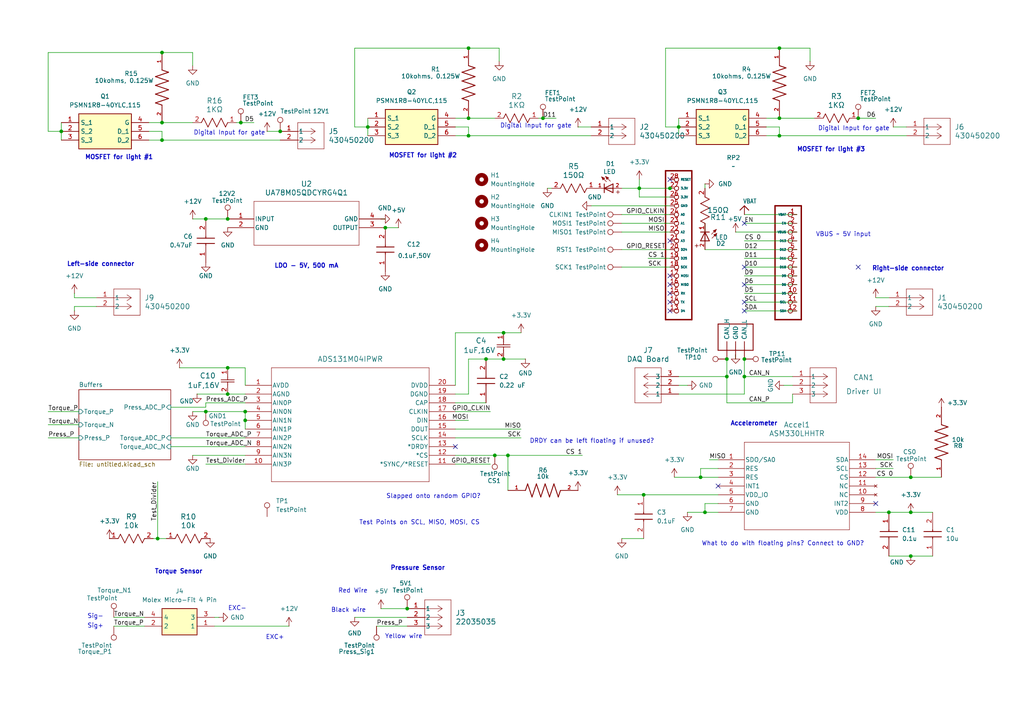
<source format=kicad_sch>
(kicad_sch (version 20231120) (generator "eeschema") (generator_version "8.0")
  (paper "A4")
  (junction (at 140.97 104.14))
  (junction (at 210.82 104.14))
  (junction (at 135.89 34.29))
  (junction (at 248.92 34.29))
  (junction (at 210.82 109.22))
  (junction (at 17.78 38.1))
  (junction (at 46.99 40.64))
  (junction (at 194.31 54.61))
  (junction (at 71.12 119.38))
  (junction (at 203.2 138.43))
  (junction (at 226.06 34.29))
  (junction (at 111.76 66.04))
  (junction (at 226.06 39.37))
  (junction (at 264.16 138.43))
  (junction (at 146.05 96.52))
  (junction (at 185.42 54.61))
  (junction (at 226.06 13.97))
  (junction (at 46.99 15.24))
  (junction (at 264.16 161.29))
  (junction (at 81.28 38.1))
  (junction (at 143.51 132.08))
  (junction (at 215.9 104.14))
  (junction (at 69.85 35.56))
  (junction (at 118.11 176.53))
  (junction (at 146.05 104.14))
  (junction (at 59.69 63.5))
  (junction (at 46.99 35.56))
  (junction (at 264.16 148.59))
  (junction (at 257.81 148.59))
  (junction (at 215.9 109.22))
  (junction (at 135.89 13.97))
  (junction (at 66.04 106.68))
  (junction (at 135.89 39.37))
  (junction (at 66.04 114.3))
  (junction (at 196.85 36.83))
  (junction (at 71.12 121.92))
  (junction (at 106.68 36.83))
  (junction (at 45.72 156.21))
  (junction (at 186.69 143.51))
  (junction (at 59.69 119.38))
  (junction (at 147.32 132.08))
  (junction (at 157.48 34.29))
  (junction (at 66.04 63.5))
  (junction (at 204.47 148.59))
  (no_connect (at 215.9 87.63))
  (no_connect (at 215.9 77.47))
  (no_connect (at 194.31 69.85))
  (no_connect (at 215.9 64.77))
  (no_connect (at 194.31 52.07))
  (no_connect (at 254 146.05))
  (no_connect (at 194.31 90.17))
  (no_connect (at 194.31 80.01))
  (no_connect (at 215.9 82.55))
  (no_connect (at 208.28 140.97))
  (no_connect (at 194.31 82.55))
  (no_connect (at 215.9 90.17))
  (no_connect (at 194.31 87.63))
  (no_connect (at 194.31 85.09))
  (no_connect (at 248.92 77.47))
  (no_connect (at 132.08 129.54))
  (wire (pts (xy 204.47 72.39) (xy 231.14 72.39)))
  (wire (pts (xy 44.45 156.21) (xy 45.72 156.21)))
  (wire (pts (xy 69.85 35.56) (xy 73.66 35.56)))
  (wire (pts (xy 196.85 36.83) (xy 193.04 36.83)))
  (wire (pts (xy 199.39 148.59) (xy 204.47 148.59)))
  (wire (pts (xy 45.72 156.21) (xy 48.26 156.21)))
  (wire (pts (xy 132.08 39.37) (xy 135.89 39.37)))
  (wire (pts (xy 110.49 63.5) (xy 111.76 63.5)))
  (wire (pts (xy 196.85 114.3) (xy 215.9 114.3)))
  (wire (pts (xy 21.59 88.9) (xy 27.94 88.9)))
  (wire (pts (xy 208.28 146.05) (xy 204.47 146.05)))
  (wire (pts (xy 66.04 106.68) (xy 71.12 106.68)))
  (wire (pts (xy 140.97 104.14) (xy 146.05 104.14)))
  (wire (pts (xy 81.28 38.1) (xy 77.47 38.1)))
  (wire (pts (xy 43.18 38.1) (xy 46.99 38.1)))
  (wire (pts (xy 33.02 181.61) (xy 41.91 181.61)))
  (wire (pts (xy 213.36 102.87) (xy 213.36 104.14)))
  (wire (pts (xy 208.28 135.89) (xy 203.2 135.89)))
  (wire (pts (xy 204.47 148.59) (xy 208.28 148.59)))
  (wire (pts (xy 17.78 35.56) (xy 17.78 38.1)))
  (wire (pts (xy 59.69 118.11) (xy 59.69 116.84)))
  (wire (pts (xy 135.89 39.37) (xy 135.89 36.83)))
  (wire (pts (xy 147.32 132.08) (xy 168.91 132.08)))
  (wire (pts (xy 180.34 72.39) (xy 194.31 72.39)))
  (wire (pts (xy 226.06 13.97) (xy 234.95 13.97)))
  (wire (pts (xy 13.97 38.1) (xy 13.97 15.24)))
  (wire (pts (xy 143.51 34.29) (xy 135.89 34.29)))
  (wire (pts (xy 59.69 116.84) (xy 71.12 116.84)))
  (wire (pts (xy 195.58 138.43) (xy 203.2 138.43)))
  (wire (pts (xy 226.06 39.37) (xy 226.06 36.83)))
  (wire (pts (xy 215.9 82.55) (xy 231.14 82.55)))
  (wire (pts (xy 17.78 40.64) (xy 17.78 38.1)))
  (wire (pts (xy 229.87 114.3) (xy 229.87 116.84)))
  (wire (pts (xy 55.88 119.38) (xy 59.69 119.38)))
  (wire (pts (xy 132.08 132.08) (xy 143.51 132.08)))
  (wire (pts (xy 132.08 36.83) (xy 135.89 36.83)))
  (wire (pts (xy 62.23 179.07) (xy 63.5 179.07)))
  (wire (pts (xy 215.9 77.47) (xy 231.14 77.47)))
  (wire (pts (xy 146.05 96.52) (xy 151.13 96.52)))
  (wire (pts (xy 66.04 114.3) (xy 71.12 114.3)))
  (wire (pts (xy 210.82 116.84) (xy 210.82 109.22)))
  (wire (pts (xy 52.07 106.68) (xy 66.04 106.68)))
  (wire (pts (xy 171.45 59.69) (xy 194.31 59.69)))
  (wire (pts (xy 102.87 36.83) (xy 102.87 13.97)))
  (wire (pts (xy 254 133.35) (xy 259.08 133.35)))
  (wire (pts (xy 226.06 34.29) (xy 236.22 34.29)))
  (wire (pts (xy 102.87 13.97) (xy 135.89 13.97)))
  (wire (pts (xy 196.85 34.29) (xy 196.85 36.83)))
  (wire (pts (xy 143.51 132.08) (xy 147.32 132.08)))
  (wire (pts (xy 68.58 35.56) (xy 69.85 35.56)))
  (wire (pts (xy 71.12 106.68) (xy 71.12 111.76)))
  (wire (pts (xy 71.12 121.92) (xy 71.12 124.46)))
  (wire (pts (xy 222.25 34.29) (xy 226.06 34.29)))
  (wire (pts (xy 135.89 39.37) (xy 171.45 39.37)))
  (wire (pts (xy 180.34 156.21) (xy 186.69 156.21)))
  (wire (pts (xy 46.99 35.56) (xy 55.88 35.56)))
  (wire (pts (xy 13.97 127) (xy 22.86 127)))
  (wire (pts (xy 215.9 62.23) (xy 231.14 62.23)))
  (wire (pts (xy 262.89 36.83) (xy 259.08 36.83)))
  (wire (pts (xy 180.34 77.47) (xy 194.31 77.47)))
  (wire (pts (xy 179.07 143.51) (xy 186.69 143.51)))
  (wire (pts (xy 203.2 138.43) (xy 208.28 138.43)))
  (wire (pts (xy 254 86.36) (xy 257.81 86.36)))
  (wire (pts (xy 59.69 134.62) (xy 71.12 134.62)))
  (wire (pts (xy 215.9 109.22) (xy 229.87 109.22)))
  (wire (pts (xy 196.85 109.22) (xy 210.82 109.22)))
  (wire (pts (xy 135.89 114.3) (xy 132.08 114.3)))
  (wire (pts (xy 132.08 96.52) (xy 132.08 111.76)))
  (wire (pts (xy 43.18 35.56) (xy 46.99 35.56)))
  (wire (pts (xy 180.34 67.31) (xy 194.31 67.31)))
  (wire (pts (xy 222.25 36.83) (xy 226.06 36.83)))
  (wire (pts (xy 147.32 132.08) (xy 147.32 142.24)))
  (wire (pts (xy 210.82 104.14) (xy 210.82 109.22)))
  (wire (pts (xy 185.42 54.61) (xy 194.31 54.61)))
  (wire (pts (xy 106.68 39.37) (xy 106.68 36.83)))
  (wire (pts (xy 185.42 57.15) (xy 194.31 57.15)))
  (wire (pts (xy 234.95 13.97) (xy 234.95 17.78)))
  (wire (pts (xy 215.9 64.77) (xy 231.14 64.77)))
  (wire (pts (xy 135.89 104.14) (xy 140.97 104.14)))
  (wire (pts (xy 185.42 52.07) (xy 185.42 54.61)))
  (wire (pts (xy 62.23 181.61) (xy 83.82 181.61)))
  (wire (pts (xy 146.05 104.14) (xy 152.4 104.14)))
  (wire (pts (xy 215.9 69.85) (xy 231.14 69.85)))
  (wire (pts (xy 135.89 13.97) (xy 144.78 13.97)))
  (wire (pts (xy 204.47 64.77) (xy 204.47 67.31)))
  (wire (pts (xy 257.81 148.59) (xy 254 148.59)))
  (wire (pts (xy 21.59 86.36) (xy 21.59 85.09)))
  (wire (pts (xy 115.57 66.04) (xy 111.76 66.04)))
  (wire (pts (xy 21.59 86.36) (xy 27.94 86.36)))
  (wire (pts (xy 254 138.43) (xy 264.16 138.43)))
  (wire (pts (xy 43.18 40.64) (xy 46.99 40.64)))
  (wire (pts (xy 254 88.9) (xy 257.81 88.9)))
  (wire (pts (xy 203.2 135.89) (xy 203.2 138.43)))
  (wire (pts (xy 142.24 134.62) (xy 132.08 134.62)))
  (wire (pts (xy 106.68 34.29) (xy 106.68 36.83)))
  (wire (pts (xy 204.47 54.61) (xy 204.47 53.34)))
  (wire (pts (xy 13.97 119.38) (xy 22.86 119.38)))
  (wire (pts (xy 196.85 111.76) (xy 199.39 111.76)))
  (wire (pts (xy 45.72 139.7) (xy 45.72 156.21)))
  (wire (pts (xy 66.04 63.5) (xy 59.69 63.5)))
  (wire (pts (xy 229.87 111.76) (xy 227.33 111.76)))
  (wire (pts (xy 49.53 127) (xy 71.12 127)))
  (wire (pts (xy 204.47 146.05) (xy 204.47 148.59)))
  (wire (pts (xy 193.04 36.83) (xy 193.04 13.97)))
  (wire (pts (xy 264.16 161.29) (xy 270.51 161.29)))
  (wire (pts (xy 33.02 179.07) (xy 41.91 179.07)))
  (wire (pts (xy 215.9 90.17) (xy 231.14 90.17)))
  (wire (pts (xy 106.68 36.83) (xy 102.87 36.83)))
  (wire (pts (xy 132.08 119.38) (xy 142.24 119.38)))
  (wire (pts (xy 222.25 39.37) (xy 226.06 39.37)))
  (wire (pts (xy 59.69 63.5) (xy 55.88 63.5)))
  (wire (pts (xy 49.53 118.11) (xy 59.69 118.11)))
  (wire (pts (xy 46.99 40.64) (xy 81.28 40.64)))
  (wire (pts (xy 226.06 39.37) (xy 262.89 39.37)))
  (wire (pts (xy 102.87 179.07) (xy 118.11 179.07)))
  (wire (pts (xy 13.97 15.24) (xy 46.99 15.24)))
  (wire (pts (xy 49.53 129.54) (xy 71.12 129.54)))
  (wire (pts (xy 264.16 148.59) (xy 270.51 148.59)))
  (wire (pts (xy 167.64 36.83) (xy 171.45 36.83)))
  (wire (pts (xy 132.08 124.46) (xy 151.13 124.46)))
  (wire (pts (xy 55.88 15.24) (xy 55.88 19.05)))
  (wire (pts (xy 215.9 80.01) (xy 231.14 80.01)))
  (wire (pts (xy 264.16 138.43) (xy 273.05 138.43)))
  (wire (pts (xy 257.81 161.29) (xy 264.16 161.29)))
  (wire (pts (xy 135.89 104.14) (xy 135.89 114.3)))
  (wire (pts (xy 196.85 39.37) (xy 196.85 36.83)))
  (wire (pts (xy 144.78 13.97) (xy 144.78 17.78)))
  (wire (pts (xy 46.99 15.24) (xy 55.88 15.24)))
  (wire (pts (xy 180.34 62.23) (xy 194.31 62.23)))
  (wire (pts (xy 193.04 13.97) (xy 226.06 13.97)))
  (wire (pts (xy 17.78 38.1) (xy 13.97 38.1)))
  (wire (pts (xy 180.34 64.77) (xy 194.31 64.77)))
  (wire (pts (xy 59.69 119.38) (xy 71.12 119.38)))
  (wire (pts (xy 135.89 121.92) (xy 132.08 121.92)))
  (wire (pts (xy 109.22 181.61) (xy 118.11 181.61)))
  (wire (pts (xy 259.08 135.89) (xy 254 135.89)))
  (wire (pts (xy 132.08 116.84) (xy 140.97 116.84)))
  (wire (pts (xy 132.08 34.29) (xy 135.89 34.29)))
  (wire (pts (xy 157.48 34.29) (xy 161.29 34.29)))
  (wire (pts (xy 132.08 96.52) (xy 146.05 96.52)))
  (wire (pts (xy 229.87 116.84) (xy 210.82 116.84)))
  (wire (pts (xy 215.9 109.22) (xy 215.9 114.3)))
  (wire (pts (xy 257.81 148.59) (xy 264.16 148.59)))
  (wire (pts (xy 215.9 87.63) (xy 231.14 87.63)))
  (wire (pts (xy 215.9 104.14) (xy 215.9 109.22)))
  (wire (pts (xy 55.88 132.08) (xy 71.12 132.08)))
  (wire (pts (xy 132.08 127) (xy 151.13 127)))
  (wire (pts (xy 110.49 176.53) (xy 118.11 176.53)))
  (wire (pts (xy 57.15 114.3) (xy 66.04 114.3)))
  (wire (pts (xy 187.96 74.93) (xy 194.31 74.93)))
  (wire (pts (xy 215.9 85.09) (xy 231.14 85.09)))
  (wire (pts (xy 160.02 54.61) (xy 158.75 54.61)))
  (wire (pts (xy 205.74 133.35) (xy 208.28 133.35)))
  (wire (pts (xy 71.12 119.38) (xy 71.12 121.92)))
  (wire (pts (xy 248.92 34.29) (xy 254 34.29)))
  (wire (pts (xy 180.34 54.61) (xy 185.42 54.61)))
  (wire (pts (xy 13.97 123.19) (xy 22.86 123.19)))
  (wire (pts (xy 213.36 67.31) (xy 231.14 67.31)))
  (wire (pts (xy 185.42 54.61) (xy 185.42 57.15)))
  (wire (pts (xy 215.9 74.93) (xy 231.14 74.93)))
  (wire (pts (xy 156.21 34.29) (xy 157.48 34.29)))
  (wire (pts (xy 186.69 143.51) (xy 208.28 143.51)))
  (wire (pts (xy 46.99 40.64) (xy 46.99 38.1)))
  (wire (pts (xy 194.31 54.61) (xy 195.58 54.61)))
  (wire (pts (xy 21.59 88.9) (xy 21.59 90.17)))
  (text "MOSFET for light #2" (at 122.682 45.212 0) (effects (font (size 1.27 1.27) (thickness 0.254) (bold yes))))
  (text "Torque Sensor" (at 51.816 165.862 0) (effects (font (size 1.27 1.27) (thickness 0.254) (bold yes))))
  (text "Black wire" (at 101.092 177.038 0) (effects (font (size 1.27 1.27))))
  (text "Sig+" (at 27.686 181.61 0) (effects (font (size 1.27 1.27))))
  (text "Red Wire" (at 102.362 171.45 0) (effects (font (size 1.27 1.27))))
  (text "Digital Input for gate" (at 155.448 36.576 0) (effects (font (size 1.27 1.27))))
  (text "Digital Input for gate" (at 66.548 38.608 0) (effects (font (size 1.27 1.27))))
  (text "Pressure Sensor" (at 121.158 164.846 0) (effects (font (size 1.27 1.27) (thickness 0.254) (bold yes))))
  (text "VBUS ~ 5V input" (at 244.602 68.072 0) (effects (font (size 1.27 1.27))))
  (text "EXC-" (at 68.834 176.53 0) (effects (font (size 1.27 1.27))))
  (text "Sig-" (at 27.686 178.816 0) (effects (font (size 1.27 1.27))))
  (text "What to do with floating pins? Connect to GND?" (at 227.076 157.734 0) (effects (font (size 1.27 1.27))))
  (text "Left-side connector" (at 29.21 76.708 0) (effects (font (size 1.27 1.27) (thickness 0.254) (bold yes))))
  (text "Right-side connector" (at 263.398 77.978 0) (effects (font (size 1.27 1.27) (thickness 0.254) (bold yes))))
  (text "Accelerometer" (at 218.694 122.936 0) (effects (font (size 1.27 1.27) (thickness 0.254) (bold yes))))
  (text "MOSFET for light #3" (at 241.046 43.434 0) (effects (font (size 1.27 1.27) (thickness 0.254) (bold yes))))
  (text "Digital Input for gate" (at 247.65 37.338 0) (effects (font (size 1.27 1.27))))
  (text "DRDY can be left floating if unused?" (at 171.704 128.016 0) (effects (font (size 1.27 1.27))))
  (text "EXC+" (at 79.756 184.912 0) (effects (font (size 1.27 1.27))))
  (text "LDO - 5V, 500 mA" (at 88.9 77.216 0) (effects (font (size 1.27 1.27) (thickness 0.254) (bold yes))))
  (text "Slapped onto random GPIO?" (at 125.73 144.018 0) (effects (font (size 1.27 1.27))))
  (text "MOSFET for light #1" (at 34.544 45.72 0) (effects (font (size 1.27 1.27) (thickness 0.254) (bold yes))))
  (text "Yellow wire" (at 117.094 184.658 0) (effects (font (size 1.27 1.27))))
  (text "Test Points on SCL, MISO, MOSI, CS\n" (at 121.666 151.638 0) (effects (font (size 1.27 1.27))))
  (label "MOSI" (at 187.96 64.77 0))
  (label "SDA" (at 215.9 90.17 0) (effects (font (size 1.2446 1.2446))))
  (label "Torque_ADC_N" (at 59.69 129.54 0))
  (label "MISO" (at 187.96 67.31 0))
  (label "D6" (at 215.9 82.55 0) (effects (font (size 1.2446 1.2446))))
  (label "CAN_P" (at 217.17 116.84 0))
  (label "EN" (at 215.9 64.77 0) (effects (font (size 1.2446 1.2446))))
  (label "Torque_N" (at 33.02 179.07 0))
  (label "CS 1" (at 187.96 74.93 0))
  (label "D6" (at 254 34.29 180))
  (label "SCK" (at 259.08 135.89 180))
  (label "CS 1" (at 168.91 132.08 180))
  (label "D10" (at 215.9 77.47 0) (effects (font (size 1.2446 1.2446))))
  (label "GPIO_CLKIN" (at 142.24 119.38 180))
  (label "D5" (at 215.9 85.09 0))
  (label "SCK" (at 187.96 77.47 0) (effects (font (size 1.2446 1.2446))))
  (label "Torque_N" (at 13.97 123.19 0))
  (label "CS 0" (at 259.08 138.43 180))
  (label "Test_Divider" (at 45.72 139.7 270))
  (label "Press_P" (at 109.22 181.61 0))
  (label "MISO" (at 151.13 124.46 180))
  (label "Press_P" (at 13.97 127 0))
  (label "GPIO_RESET" (at 181.61 72.39 0))
  (label "Torque_P" (at 13.97 119.38 0))
  (label "D9" (at 215.9 80.01 0) (effects (font (size 1.2446 1.2446))))
  (label "D11" (at 161.29 34.29 180) (effects (font (size 1.2446 1.2446))))
  (label "MOSI" (at 135.89 121.92 180))
  (label "Press_ADC_P" (at 59.69 116.84 0))
  (label "Test_Divider" (at 59.69 134.62 0))
  (label "GPIO_CLKIN" (at 181.61 62.23 0))
  (label "D11" (at 215.9 74.93 0) (effects (font (size 1.2446 1.2446))))
  (label "SCL" (at 215.9 87.63 0) (effects (font (size 1.2446 1.2446))))
  (label "Torque_ADC_P" (at 59.69 127 0))
  (label "CAN_N" (at 217.17 109.22 0))
  (label "CS 0" (at 215.9 69.85 0))
  (label "D12" (at 215.9 72.39 0) (effects (font (size 1.2446 1.2446))))
  (label "Torque_P" (at 33.02 181.61 0))
  (label "GPIO_RESET" (at 142.24 134.62 180))
  (label "SCK" (at 151.13 127 180))
  (label "MISO" (at 205.74 133.35 0))
  (label "D5" (at 73.66 35.56 180))
  (label "MOSI" (at 259.08 133.35 180))
  (symbol (lib_id "Connector:TestPoint") (at 180.34 72.39 90) (unit 1)
    (property "Reference" "RST1" (at 166.116 72.39 90) (effects (justify left)))
    (property "Value" "TestPoint" (at 175.768 72.39 90) (effects (justify left)))
    (property "Footprint" "TestPoint:TestPoint_Pad_D1.0mm" (effects (hide yes)))
    (property "Description" "test point" (effects (hide yes)))
  )
  (symbol (lib_id "SMV_Custom:3-pin Mini Molex Spox") (at 196.85 114.3 180) (unit 1)
    (property "Reference" "J7" (at 187.96 101.6 0) (effects (font (size 1.524 1.524))))
    (property "Value" "DAQ Board" (at 187.96 104.14 0) (effects (font (size 1.524 1.524))))
    (property "Footprint" "SMV_Connectors:3pin_CON_22035035_MOL" (effects (hide yes)))
    (property "Datasheet" "3-pin Mini Molex Spox" (effects (hide yes)))
  )
  (symbol (lib_id "power:VDD") (at 83.82 181.61 0) (unit 1)
    (property "Reference" "#PWR042" (effects (hide yes)))
    (property "Value" "+12V" (at 83.82 176.53 0))
    (property "Description" "Power symbol creates a global label with name \"VDD\"" (effects (hide yes)))
  )
  (symbol (lib_id "power:GND") (at 199.39 111.76 90) (unit 1)
    (property "Reference" "#PWR047" (effects (hide yes)))
    (property "Value" "GND" (at 202.692 111.76 90) (effects (justify right)))
    (property "Description" "Power symbol creates a global label with name \"GND\" , ground" (effects (hide yes)))
  )
  (symbol (lib_id "power:VDD") (at 273.05 118.11 0) (unit 1)
    (property "Reference" "#PWR050" (effects (hide yes)))
    (property "Value" "+3.3V" (at 277.622 116.84 0))
    (property "Description" "Power symbol creates a global label with name \"VDD\"" (effects (hide yes)))
  )
  (symbol (lib_id "Connector:TestPoint") (at 33.02 181.61 180) (unit 1)
    (property "Reference" "Torque_P1" (at 32.512 188.976 0) (effects (justify left)))
    (property "Value" "TestPoint" (at 32.512 187.198 0) (effects (justify left)))
    (property "Footprint" "TestPoint:TestPoint_Pad_D1.0mm" (effects (hide yes)))
    (property "Description" "test point" (effects (hide yes)))
  )
  (symbol (lib_id "power:VDD") (at 110.49 176.53 0) (unit 1)
    (property "Reference" "#PWR043" (effects (hide yes)))
    (property "Value" "+5V" (at 110.49 171.45 0))
    (property "Description" "Power symbol creates a global label with name \"VDD\"" (effects (hide yes)))
  )
  (symbol (lib_id "power:GND") (at 204.47 53.34 90) (unit 1)
    (property "Reference" "#PWR012" (effects (hide yes)))
    (property "Value" "GND" (at 208.28 53.3399 90) (effects (justify right)))
    (property "Description" "Power symbol creates a global label with name \"GND\" , ground" (effects (hide yes)))
  )
  (symbol (lib_id "power:VDD") (at 259.08 36.83 0) (unit 1)
    (property "Reference" "#PWR023" (effects (hide yes)))
    (property "Value" "+12V" (at 259.08 31.75 0))
    (property "Description" "Power symbol creates a global label with name \"VDD\"" (effects (hide yes)))
  )
  (symbol (lib_id "power:GND") (at 110.49 63.5 90) (unit 1)
    (property "Reference" "#PWR027" (effects (hide yes)))
    (property "Value" "GND" (at 113.665 60.325 90) (effects (justify left)))
    (property "Description" "Power symbol creates a global label with name \"GND\" , ground" (effects (hide yes)))
  )
  (symbol (lib_id "Connector:TestPoint") (at 69.85 35.56 0) (unit 1)
    (property "Reference" "FET3" (at 70.358 28.194 0) (effects (justify left)))
    (property "Value" "TestPoint" (at 70.358 29.972 0) (effects (justify left)))
    (property "Footprint" "TestPoint:TestPoint_Pad_D1.0mm" (effects (hide yes)))
    (property "Description" "test point" (effects (hide yes)))
  )
  (symbol (lib_id "power:GND") (at 66.04 66.04 0) (unit 1)
    (property "Reference" "#PWR026" (effects (hide yes)))
    (property "Value" "GND" (at 66.04 71.12 0))
    (property "Description" "Power symbol creates a global label with name \"GND\" , ground" (effects (hide yes)))
  )
  (symbol (lib_id "SMV_Custom:WL-SMCW_0603") (at 204.47 67.31 270) (unit 1)
    (property "Reference" "D2" (at 209.042 70.612 90))
    (property "Value" "LED" (at 209.296 68.834 90))
    (property "Footprint" "SMV_Passives:WL-SMCW_0603(diode)" (effects (hide yes)))
    (property "Description" "C2286" (effects (hide yes)))
  )
  (symbol (lib_id "SMV_Custom:3-pin Mini Molex Spox") (at 229.87 109.22 0) (unit 1)
    (property "Reference" "CAN1" (at 247.396 109.474 0) (effects (font (size 1.524 1.524)) (justify left)))
    (property "Value" "Driver UI" (at 245.364 113.538 0) (effects (font (size 1.524 1.524)) (justify left)))
    (property "Footprint" "SMV_Connectors:3pin_CON_22035035_MOL" (effects (hide yes)))
    (property "Datasheet" "3-pin Mini Molex Spox" (effects (hide yes)))
  )
  (symbol (lib_id "SMV_Custom:CRCW080510K0FKEAC") (at 135.89 24.13 270) (unit 1)
    (property "Reference" "R1" (at 124.968 20.066 90) (effects (justify left)))
    (property "Value" "10kohms, 0.125W" (at 116.332 22.098 90) (effects (justify left)))
    (property "Footprint" "SMV_Passives:0805RESC2012X60N" (effects (hide yes)))
    (property "Datasheet" "CRCW080510K0FKEAHP" (effects (hide yes)))
    (property "Description" "C313823" (effects (hide yes)))
    (property "MF" "Vishay Dale" (effects (hide yes)))
    (property "Description_1" "\n                        \n                            10 kOhms ±1% 0.125W, 1/8W Chip Resistor 0805 (2012 Metric) - Thick Film\n                        \n" (effects (hide yes)))
    (property "Package" "2012 Vishay" (effects (hide yes)))
    (property "Price" "None" (effects (hide yes)))
    (property "SnapEDA_Link" "https://www.snapeda.com/parts/CRCW080510K0FKEAC/Vishay+Dale/view-part/?ref=snap" (effects (hide yes)))
    (property "MP" "CRCW080510K0FKEAC" (effects (hide yes)))
    (property "Availability" "In Stock" (effects (hide yes)))
    (property "Check_prices" "https://www.snapeda.com/parts/CRCW080510K0FKEAC/Vishay+Dale/view-part/?ref=eda" (effects (hide yes)))
  )
  (symbol (lib_id "SMV_Custom:CRCW06031K00FKEA") (at 236.22 34.29 0) (unit 1)
    (property "Reference" "R3" (at 242.57 27.94 0) (effects (font (size 1.524 1.524))))
    (property "Value" "1KΩ" (at 242.57 30.48 0) (effects (font (size 1.524 1.524))))
    (property "Footprint" "SMV_Passives:0805RESC2012X60N" (effects (hide yes)))
    (property "Datasheet" "CRCW08051K00JNEA" (effects (hide yes)))
    (property "Description" "C844604" (effects (hide yes)))
  )
  (symbol (lib_id "Accelerometer ASM330LHHTR:ASM330LHHTR") (at 208.28 133.35 0) (unit 1)
    (property "Reference" "Accel1" (at 231.14 123.19 0) (effects (font (size 1.524 1.524))))
    (property "Value" "ASM330LHHTR" (at 231.14 125.73 0) (effects (font (size 1.524 1.524))))
    (property "Footprint" "Accelerometer ASM330LHHTR:LGA-14L_2P5X3X0P83_STM" (effects (hide yes)))
    (property "Datasheet" "ASM330LHHTR" (effects (hide yes)))
    (property "Description" "C459826" (effects (hide yes)))
  )
  (symbol (lib_id "Connector:TestPoint") (at 66.04 63.5 0) (mirror y) (unit 1)
    (property "Reference" "12V2" (at 68.326 56.134 0) (effects (justify left)))
    (property "Value" "TestPoint" (at 70.358 58.166 0) (effects (justify left)))
    (property "Footprint" "TestPoint:TestPoint_Pad_D1.0mm" (effects (hide yes)))
    (property "Description" "test point" (effects (hide yes)))
  )
  (symbol (lib_id "SMV_Custom:CRCW080510K0FKEAC") (at 46.99 25.4 270) (unit 1)
    (property "Reference" "R15" (at 36.068 21.336 90) (effects (justify left)))
    (property "Value" "10kohms, 0.125W" (at 27.432 23.368 90) (effects (justify left)))
    (property "Footprint" "SMV_Passives:0805RESC2012X60N" (effects (hide yes)))
    (property "Datasheet" "CRCW080510K0FKEAHP" (effects (hide yes)))
    (property "Description" "C313823" (effects (hide yes)))
    (property "MF" "Vishay Dale" (effects (hide yes)))
    (property "Description_1" "\n                        \n                            10 kOhms ±1% 0.125W, 1/8W Chip Resistor 0805 (2012 Metric) - Thick Film\n                        \n" (effects (hide yes)))
    (property "Package" "2012 Vishay" (effects (hide yes)))
    (property "Price" "None" (effects (hide yes)))
    (property "SnapEDA_Link" "https://www.snapeda.com/parts/CRCW080510K0FKEAC/Vishay+Dale/view-part/?ref=snap" (effects (hide yes)))
    (property "MP" "CRCW080510K0FKEAC" (effects (hide yes)))
    (property "Availability" "In Stock" (effects (hide yes)))
    (property "Check_prices" "https://www.snapeda.com/parts/CRCW080510K0FKEAC/Vishay+Dale/view-part/?ref=eda" (effects (hide yes)))
  )
  (symbol (lib_id "Mechanical:MountingHole") (at 139.7 71.12 0) (unit 1) (exclude_from_sim yes) (in_bom no)
    (property "Reference" "H4" (at 142.24 69.8499 0) (effects (justify left)))
    (property "Value" "MountingHole" (at 142.24 72.3899 0) (effects (justify left)))
    (property "Footprint" "MountingHole:MountingHole_3.2mm_M3" (effects (hide yes)))
    (property "Description" "Mounting Hole without connection" (effects (hide yes)))
  )
  (symbol (lib_id "power:GND") (at 234.95 17.78 0) (unit 1)
    (property "Reference" "#PWR022" (effects (hide yes)))
    (property "Value" "GND" (at 234.95 22.86 0))
    (property "Description" "Power symbol creates a global label with name \"GND\" , ground" (effects (hide yes)))
  )
  (symbol (lib_id "Connector:TestPoint") (at 180.34 77.47 90) (unit 1)
    (property "Reference" "SCK1" (at 166.116 77.47 90) (effects (justify left)))
    (property "Value" "TestPoint" (at 175.768 77.47 90) (effects (justify left)))
    (property "Footprint" "TestPoint:TestPoint_Pad_D1.0mm" (effects (hide yes)))
    (property "Description" "test point" (effects (hide yes)))
  )
  (symbol (lib_id "Connector:TestPoint") (at 157.48 34.29 0) (unit 1)
    (property "Reference" "FET1" (at 157.988 26.924 0) (effects (justify left)))
    (property "Value" "TestPoint" (at 157.988 28.702 0) (effects (justify left)))
    (property "Footprint" "TestPoint:TestPoint_Pad_D1.0mm" (effects (hide yes)))
    (property "Description" "test point" (effects (hide yes)))
  )
  (symbol (lib_id "power:GND") (at 144.78 17.78 0) (unit 1)
    (property "Reference" "#PWR014" (effects (hide yes)))
    (property "Value" "GND" (at 144.78 22.86 0))
    (property "Description" "Power symbol creates a global label with name \"GND\" , ground" (effects (hide yes)))
  )
  (symbol (lib_id "power:VDD") (at 185.42 52.07 0) (unit 1)
    (property "Reference" "#PWR011" (effects (hide yes)))
    (property "Value" "+3.3V" (at 185.42 46.99 0))
    (property "Description" "Power symbol creates a global label with name \"VDD\"" (effects (hide yes)))
  )
  (symbol (lib_id "power:GND") (at 180.34 156.21 0) (unit 1)
    (property "Reference" "#PWR039" (effects (hide yes)))
    (property "Value" "GND" (at 180.34 161.29 0))
    (property "Description" "Power symbol creates a global label with name \"GND\" , ground" (effects (hide yes)))
  )
  (symbol (lib_id "SMV_Custom:C0805C106K8RACTU") (at 270.51 161.29 90) (unit 1)
    (property "Reference" "C1" (at 274.32 153.6699 90) (effects (justify right)))
    (property "Value" "10u" (at 274.32 156.2099 90) (effects (justify right)))
    (property "Footprint" "SMV_Passives:Cap0805" (effects (hide yes)))
    (property "Datasheet" "C0805C106K8RACAUTO" (effects (hide yes)))
    (property "Description" "C696369" (effects (hide yes)))
    (property "Height" "1.1" (effects (hide yes)))
    (property "Manufacturer_Name" "KEMET" (effects (hide yes)))
    (property "Manufacturer_Part_Number" "C0805C106K8RACTU" (effects (hide yes)))
    (property "Mouser Part Number" "80-C0805C106K8R" (effects (hide yes)))
    (property "Mouser Price/Stock" "https://www.mouser.co.uk/ProductDetail/KEMET/C0805C106K8RACTU?qs=iP0bYSAMAFqUyr6Ql6ZwXw%3D%3D" (effects (hide yes)))
    (property "Arrow Part Number" "C0805C106K8RACTU" (effects (hide yes)))
    (property "Arrow Price/Stock" "https://www.arrow.com/en/products/c0805c106k8ractu/kemet-corporation?region=nac" (effects (hide yes)))
  )
  (symbol (lib_id "SMV_Custom:C0805C475K4RACTU") (at 59.69 76.2 270) (mirror x) (unit 1)
    (property "Reference" "C6" (at 55.88 68.5799 90) (effects (justify right)))
    (property "Value" "0.47uF" (at 55.88 71.1199 90) (effects (justify right)))
    (property "Footprint" "SMV_Passives:Cap0805" (effects (hide yes)))
    (property "Datasheet" "C0805X474K5RACAUTO" (effects (hide yes)))
    (property "Description" "C2173145" (effects (hide yes)))
    (property "Manufacturer_Part_Number" "C0805C475K4RACTU" (effects (hide yes)))
  )
  (symbol (lib_id "SMV_Custom:C0805C104K5RACTU") (at 257.81 148.59 270) (unit 1)
    (property "Reference" "C11" (at 261.62 153.6699 90) (effects (justify left)))
    (property "Value" "0.1u" (at 261.62 156.2099 90) (effects (justify left)))
    (property "Footprint" "SMV_Passives:Cap0805" (effects (hide yes)))
    (property "Datasheet" "C0805F104K5RACAUTO" (effects (hide yes)))
    (property "Description" "C141162" (effects (hide yes)))
    (property "Height" "1.1" (effects (hide yes)))
    (property "Manufacturer_Name" "KEMET" (effects (hide yes)))
    (property "Manufacturer_Part_Number" "C0805C104K5RACTU" (effects (hide yes)))
    (property "Mouser Part Number" "80-C0805C104K5R" (effects (hide yes)))
    (property "Mouser Price/Stock" "https://www.mouser.co.uk/ProductDetail/KEMET/C0805C104K5RACTU?qs=Pc30aiB8zWUISNb2Qeyxfw%3D%3D" (effects (hide yes)))
    (property "Arrow Part Number" "C0805C104K5RACTU" (effects (hide yes)))
    (property "Arrow Price/Stock" "https://www.arrow.com/en/products/c0805c104k5ractu/kemet-corporation?region=nac" (effects (hide yes)))
  )
  (symbol (lib_id "Connector:TestPoint") (at 77.47 149.86 0) (unit 1)
    (property "Reference" "TP1" (at 80.01 145.2879 0) (effects (justify left)))
    (property "Value" "TestPoint" (at 80.01 147.8279 0) (effects (justify left)))
    (property "Footprint" "SMV_Logo:SEM_logo" (effects (hide yes)))
    (property "Description" "test point" (effects (hide yes)))
  )
  (symbol (lib_id "Connector:TestPoint") (at 180.34 64.77 90) (unit 1)
    (property "Reference" "MOSI1" (at 166.116 64.77 90) (effects (justify left)))
    (property "Value" "TestPoint" (at 175.768 64.77 90) (effects (justify left)))
    (property "Footprint" "TestPoint:TestPoint_Pad_D1.0mm" (effects (hide yes)))
    (property "Description" "test point" (effects (hide yes)))
  )
  (symbol (lib_id "MOSFET PSMN1R8-40YLC,115:PSMN1R8-40YLC,115") (at 17.78 35.56 0) (unit 1)
    (property "Reference" "Q1" (at 30.48 27.94 0))
    (property "Value" "PSMN1R8-40YLC,115" (at 30.48 30.48 0))
    (property "Footprint" "MOSFET PSMN1R8-40YLC,115:PSMN1R840YLC115" (effects (hide yes)))
    (property "Datasheet" "https://assets.nexperia.com/documents/data-sheet/PSMN1R8-40YLC.pdf" (effects (hide yes)))
    (property "Description" "C88071" (effects (hide yes)))
    (property "Height" "1.2" (effects (hide yes)))
    (property "Mouser Part Number" "771-PSMN1R8-40YLC115" (effects (hide yes)))
    (property "Mouser Price/Stock" "https://www.mouser.co.uk/ProductDetail/Nexperia/PSMN1R8-40YLC115?qs=1xqMyJAFMHbXBwfRtq8R%252Bg%3D%3D" (effects (hide yes)))
    (property "Manufacturer_Name" "Nexperia" (effects (hide yes)))
    (property "Manufacturer_Part_Number" "PSMN1R8-40YLC,115" (effects (hide yes)))
  )
  (symbol (lib_id "Microfit_Molex:430450200") (at 262.89 36.83 0) (unit 1)
    (property "Reference" "J6" (at 276.86 36.8299 0) (effects (font (size 1.524 1.524)) (justify left)))
    (property "Value" "430450200" (at 276.86 39.3699 0) (effects (font (size 1.524 1.524)) (justify left)))
    (property "Footprint" "Molex_Microfit:CONN_SD-43045-001_02_MOL" (effects (hide yes)))
    (property "Datasheet" "430450200" (effects (hide yes)))
  )
  (symbol (lib_id "Mechanical:MountingHole") (at 139.7 58.42 0) (unit 1) (exclude_from_sim yes) (in_bom no)
    (property "Reference" "H2" (at 142.24 57.1499 0) (effects (justify left)))
    (property "Value" "MountingHole" (at 142.24 59.6899 0) (effects (justify left)))
    (property "Footprint" "MountingHole:MountingHole_3.2mm_M3" (effects (hide yes)))
    (property "Description" "Mounting Hole without connection" (effects (hide yes)))
  )
  (symbol (lib_id "Microfit_Molex:430450200") (at 81.28 38.1 0) (unit 1)
    (property "Reference" "J5" (at 95.25 38.0999 0) (effects (font (size 1.524 1.524)) (justify left)))
    (property "Value" "430450200" (at 95.25 40.6399 0) (effects (font (size 1.524 1.524)) (justify left)))
    (property "Footprint" "Molex_Microfit:CONN_SD-43045-001_02_MOL" (effects (hide yes)))
    (property "Datasheet" "430450200" (effects (hide yes)))
  )
  (symbol (lib_name "RP2040_1") (lib_id "SMV_Custom:RP2040") (at 213.36 83.82 0) (unit 1)
    (property "Reference" "RP2" (at 212.725 45.72 0))
    (property "Value" "~" (at 212.725 48.26 0))
    (property "Footprint" "SMV_Connectors:RP2040" (effects (hide yes)))
  )
  (symbol (lib_id "Connector:TestPoint") (at 118.11 176.53 0) (unit 1)
    (property "Reference" "5V1" (at 115.824 169.164 0) (effects (justify left)))
    (property "Value" "TestPoint" (at 113.792 171.196 0) (effects (justify left)))
    (property "Footprint" "TestPoint:TestPoint_Pad_D1.0mm" (effects (hide yes)))
    (property "Description" "test point" (effects (hide yes)))
  )
  (symbol (lib_id "power:VDD") (at 21.59 85.09 0) (unit 1)
    (property "Reference" "#PWR04" (effects (hide yes)))
    (property "Value" "+12V" (at 21.59 80.01 0))
    (property "Description" "Power symbol creates a global label with name \"VDD\"" (effects (hide yes)))
  )
  (symbol (lib_id "Adafruit RP2040 CAN Bus Feather-eagle-import:VBAT") (at 215.9 59.69 0) (unit 1)
    (property "Reference" "#U$01" (effects (hide yes)))
    (property "Value" "VBAT" (at 219.456 57.658 0) (effects (font (size 1.27 1.0795)) (justify right top)))
  )
  (symbol (lib_id "SMV_Custom:C0805C224K3RACTU") (at 140.97 116.84 90) (unit 1)
    (property "Reference" "C2" (at 144.78 109.2199 90) (effects (justify right)))
    (property "Value" "0.22 uF" (at 144.78 111.7599 90) (effects (justify right)))
    (property "Footprint" "SMV_Passives:Cap0805" (effects (hide yes)))
    (property "Datasheet" "C0805C224K5RACAUTO" (effects (hide yes)))
    (property "Description" "C129652" (effects (hide yes)))
    (property "Height" "1.1" (effects (hide yes)))
    (property "Manufacturer_Name" "KEMET" (effects (hide yes)))
    (property "Manufacturer_Part_Number" "C0805C224K3RACTU" (effects (hide yes)))
    (property "Mouser Part Number" "80-C0805C224K3R" (effects (hide yes)))
    (property "Mouser Price/Stock" "https://www.mouser.co.uk/ProductDetail/KEMET/C0805C224K3RACTU?qs=65TyNkaSsCi%2F9y1jBOk4Lg%3D%3D" (effects (hide yes)))
    (property "Arrow Part Number" "C0805C224K3RACTU" (effects (hide yes)))
    (property "Arrow Price/Stock" "https://www.arrow.com/en/products/c0805c224k3ractu/kemet-corporation?region=nac" (effects (hide yes)))
  )
  (symbol (lib_id "Connector:TestPoint") (at 210.82 104.14 90) (unit 1)
    (property "Reference" "TP10" (at 203.454 103.632 90) (effects (justify left)))
    (property "Value" "TestPoint" (at 205.232 101.6 90) (effects (justify left)))
    (property "Footprint" "TestPoint:TestPoint_Pad_D1.0mm" (effects (hide yes)))
    (property "Description" "test point" (effects (hide yes)))
  )
  (symbol (lib_id "power:GND") (at 102.87 179.07 0) (unit 1)
    (property "Reference" "#PWR044" (effects (hide yes)))
    (property "Value" "GND" (at 102.87 183.642 0))
    (property "Description" "Power symbol creates a global label with name \"GND\" , ground" (effects (hide yes)))
  )
  (symbol (lib_id "SMV_Custom:WL-SMCW_0603") (at 175.26 54.61 0) (unit 1)
    (property "Reference" "D1" (at 177.038 47.498 0))
    (property "Value" "LED" (at 176.784 49.784 0))
    (property "Footprint" "SMV_Passives:WL-SMCW_0603(diode)" (effects (hide yes)))
    (property "Description" "C2286" (effects (hide yes)))
  )
  (symbol (lib_id "power:VDD") (at 151.13 96.52 0) (unit 1)
    (property "Reference" "#PWR041" (effects (hide yes)))
    (property "Value" "+3.3V" (at 151.13 91.44 0))
    (property "Description" "Power symbol creates a global label with name \"VDD\"" (effects (hide yes)))
  )
  (symbol (lib_id "MOSFET PSMN1R8-40YLC,115:PSMN1R8-40YLC,115") (at 196.85 34.29 0) (unit 1)
    (property "Reference" "Q3" (at 209.55 26.67 0))
    (property "Value" "PSMN1R8-40YLC,115" (at 209.55 29.21 0))
    (property "Footprint" "MOSFET PSMN1R8-40YLC,115:PSMN1R840YLC115" (effects (hide yes)))
    (property "Datasheet" "https://assets.nexperia.com/documents/data-sheet/PSMN1R8-40YLC.pdf" (effects (hide yes)))
    (property "Description" "C88071" (effects (hide yes)))
    (property "Height" "1.2" (effects (hide yes)))
    (property "Mouser Part Number" "771-PSMN1R8-40YLC115" (effects (hide yes)))
    (property "Mouser Price/Stock" "https://www.mouser.co.uk/ProductDetail/Nexperia/PSMN1R8-40YLC115?qs=1xqMyJAFMHbXBwfRtq8R%252Bg%3D%3D" (effects (hide yes)))
    (property "Manufacturer_Name" "Nexperia" (effects (hide yes)))
    (property "Manufacturer_Part_Number" "PSMN1R8-40YLC,115" (effects (hide yes)))
  )
  (symbol (lib_id "Connector:TestPoint") (at 59.69 119.38 180) (unit 1)
    (property "Reference" "GND1" (at 65.786 120.65 0) (effects (justify left)))
    (property "Value" "TestPoint" (at 69.85 122.936 0) (effects (justify left)))
    (property "Footprint" "TestPoint:TestPoint_Pad_D1.0mm" (effects (hide yes)))
    (property "Description" "test point" (effects (hide yes)))
  )
  (symbol (lib_id "SMV_Custom:CRCW06031K00FKEA") (at 160.02 54.61 0) (unit 1)
    (property "Reference" "R5" (at 166.37 48.26 0) (effects (font (size 1.524 1.524))))
    (property "Value" "150Ω" (at 166.37 50.8 0) (effects (font (size 1.524 1.524))))
    (property "Footprint" "SMV_Passives:0805RESC2012X60N" (effects (hide yes)))
    (property "Datasheet" "CRCW0805150RFKEA" (effects (hide yes)))
    (property "Description" "C844818" (effects (hide yes)))
  )
  (symbol (lib_id "Microfit_Molex:430450200") (at 171.45 36.83 0) (unit 1)
    (property "Reference" "J2" (at 185.42 36.8299 0) (effects (font (size 1.524 1.524)) (justify left)))
    (property "Value" "430450200" (at 185.42 39.3699 0) (effects (font (size 1.524 1.524)) (justify left)))
    (property "Footprint" "Molex_Microfit:CONN_SD-43045-001_02_MOL" (effects (hide yes)))
    (property "Datasheet" "430450200" (effects (hide yes)))
  )
  (symbol (lib_id "SMV_Custom:CRCW06031K00FKEA") (at 143.51 34.29 0) (unit 1)
    (property "Reference" "R2" (at 149.86 27.94 0) (effects (font (size 1.524 1.524))))
    (property "Value" "1KΩ" (at 149.86 30.48 0) (effects (font (size 1.524 1.524))))
    (property "Footprint" "SMV_Passives:0805RESC2012X60N" (effects (hide yes)))
    (property "Datasheet" "CRCW08051K00JNEA" (effects (hide yes)))
    (property "Description" "C844604" (effects (hide yes)))
  )
  (symbol (lib_id "ADC ADS131M04IPWR:ADS131M04IPWR") (at 71.12 111.76 0) (unit 1)
    (property "Reference" "U4" (effects (hide yes)))
    (property "Value" "ADS131M04IPWR" (at 101.6 104.14 0) (effects (font (size 1.524 1.524))))
    (property "Footprint" "ADC ADS131M04IPWR:PW20_TEX" (effects (hide yes)))
    (property "Datasheet" "ADS131M04IPWR" (effects (hide yes)))
  )
  (symbol (lib_id "SMV_Custom:CRCW080510K0FKEAC") (at 157.48 142.24 0) (unit 1)
    (property "Reference" "R6" (at 157.48 136.398 0))
    (property "Value" "10k" (at 157.48 138.176 0))
    (property "Footprint" "SMV_Passives:0805RESC2012X60N" (effects (hide yes)))
    (property "Datasheet" "CRCW080510K0FKEAHP" (effects (hide yes)))
    (property "Description" "C313823" (effects (hide yes)))
    (property "MF" "Vishay Dale" (effects (hide yes)))
    (property "Description_1" "\n                        \n                            10 kOhms ±1% 0.125W, 1/8W Chip Resistor 0805 (2012 Metric) - Thick Film\n                        \n" (effects (hide yes)))
    (property "Package" "2012 Vishay" (effects (hide yes)))
    (property "Price" "None" (effects (hide yes)))
    (property "SnapEDA_Link" "https://www.snapeda.com/parts/CRCW080510K0FKEAC/Vishay+Dale/view-part/?ref=snap" (effects (hide yes)))
    (property "MP" "CRCW080510K0FKEAC" (effects (hide yes)))
    (property "Availability" "In Stock" (effects (hide yes)))
    (property "Check_prices" "https://www.snapeda.com/parts/CRCW080510K0FKEAC/Vishay+Dale/view-part/?ref=eda" (effects (hide yes)))
  )
  (symbol (lib_id "power:GND") (at 152.4 104.14 0) (unit 1)
    (property "Reference" "#PWR021" (effects (hide yes)))
    (property "Value" "GND" (at 152.4 108.204 0))
    (property "Description" "Power symbol creates a global label with name \"GND\" , ground" (effects (hide yes)))
  )
  (symbol (lib_id "SMV_Custom:C0805C105K4RACTU") (at 66.04 106.68 270) (unit 1)
    (property "Reference" "C10" (at 57.912 108.966 90) (effects (font (size 1.524 1.524)) (justify left)))
    (property "Value" "1uF,16V" (at 54.356 111.76 90) (effects (font (size 1.524 1.524)) (justify left)))
    (property "Footprint" "SMV_Passives:Cap0805" (effects (hide yes)))
    (property "Datasheet" "C0805X105K5RACAUTO" (effects (hide yes)))
    (property "Description" "C3858054" (effects (hide yes)))
  )
  (symbol (lib_id "SMV_Custom:C0805C105K4RACTU") (at 146.05 96.52 270) (unit 1)
    (property "Reference" "C4" (at 137.922 98.806 90) (effects (font (size 1.524 1.524)) (justify left)))
    (property "Value" "1uF,16V" (at 134.366 101.6 90) (effects (font (size 1.524 1.524)) (justify left)))
    (property "Footprint" "SMV_Passives:Cap0805" (effects (hide yes)))
    (property "Datasheet" "C0805X105K5RACAUTO" (effects (hide yes)))
    (property "Description" "C3858054" (effects (hide yes)))
  )
  (symbol (lib_id "Connector:TestPoint") (at 33.02 179.07 0) (unit 1)
    (property "Reference" "Torque_N1" (at 28.194 171.196 0) (effects (justify left)))
    (property "Value" "TestPoint" (at 25.146 173.482 0) (effects (justify left)))
    (property "Footprint" "TestPoint:TestPoint_Pad_D1.0mm" (effects (hide yes)))
    (property "Description" "test point" (effects (hide yes)))
  )
  (symbol (lib_id "power:VDD") (at 254 86.36 0) (unit 1)
    (property "Reference" "#PWR05" (effects (hide yes)))
    (property "Value" "+12V" (at 254 81.28 0))
    (property "Description" "Power symbol creates a global label with name \"VDD\"" (effects (hide yes)))
  )
  (symbol (lib_id "Microfit_Molex:430450200") (at 27.94 86.36 0) (unit 1)
    (property "Reference" "J9" (at 41.91 86.3599 0) (effects (font (size 1.524 1.524)) (justify left)))
    (property "Value" "430450200" (at 41.91 88.8999 0) (effects (font (size 1.524 1.524)) (justify left)))
    (property "Footprint" "Molex_Microfit:CONN_SD-43045-001_02_MOL" (effects (hide yes)))
    (property "Datasheet" "430450200" (effects (hide yes)))
  )
  (symbol (lib_id "SMV_Custom:CRCW080540K0FKEA") (at 48.26 156.21 0) (unit 1)
    (property "Reference" "R10" (at 54.61 149.86 0) (effects (font (size 1.524 1.524))))
    (property "Value" "10k" (at 54.61 152.4 0) (effects (font (size 1.524 1.524))))
    (property "Footprint" "SMV_Passives:RES_TNPW0402_VIS" (effects (hide yes)))
    (property "Datasheet" "TNPW040210K0BEED" (effects (hide yes)))
    (property "Description" "C844452" (effects (hide yes)))
  )
  (symbol (lib_id "Connector:TestPoint") (at 215.9 104.14 270) (unit 1)
    (property "Reference" "TP11" (at 223.012 102.616 90) (effects (justify left)))
    (property "Value" "TestPoint" (at 220.726 104.394 90) (effects (justify left)))
    (property "Footprint" "TestPoint:TestPoint_Pad_D1.0mm" (effects (hide yes)))
    (property "Description" "test point" (effects (hide yes)))
  )
  (symbol (lib_id "power:GND") (at 264.16 161.29 0) (unit 1)
    (property "Reference" "#PWR040" (effects (hide yes)))
    (property "Value" "GND" (at 260.096 163.068 0))
    (property "Description" "Power symbol creates a global label with name \"GND\" , ground" (effects (hide yes)))
  )
  (symbol (lib_id "SMV_Custom:CRCW06031K00FKEA") (at 55.88 35.56 0) (unit 1)
    (property "Reference" "R16" (at 62.23 29.21 0) (effects (font (size 1.524 1.524))))
    (property "Value" "1KΩ" (at 62.23 31.75 0) (effects (font (size 1.524 1.524))))
    (property "Footprint" "SMV_Passives:0805RESC2012X60N" (effects (hide yes)))
    (property "Datasheet" "CRCW08051K00JNEA" (effects (hide yes)))
    (property "Description" "C844604" (effects (hide yes)))
  )
  (symbol (lib_id "power:GND") (at 60.96 156.21 0) (unit 1)
    (property "Reference" "#PWR09" (effects (hide yes)))
    (property "Value" "GND" (at 60.96 161.29 0))
    (property "Description" "Power symbol creates a global label with name \"GND\" , ground" (effects (hide yes)))
  )
  (symbol (lib_id "power:GND") (at 199.39 148.59 0) (unit 1)
    (property "Reference" "#PWR013" (effects (hide yes)))
    (property "Value" "GND" (at 199.39 153.67 0))
    (property "Description" "Power symbol creates a global label with name \"GND\" , ground" (effects (hide yes)))
  )
  (symbol (lib_id "SMV_Custom:C0805C104K5RACTU") (at 186.69 143.51 270) (unit 1)
    (property "Reference" "C3" (at 190.5 148.5899 90) (effects (justify left)))
    (property "Value" "0.1uF" (at 190.5 151.1299 90) (effects (justify left)))
    (property "Footprint" "SMV_Passives:Cap0805" (effects (hide yes)))
    (property "Datasheet" "C0805F104K5RACAUTO" (effects (hide yes)))
    (property "Description" "C141162" (effects (hide yes)))
    (property "Height" "1.1" (effects (hide yes)))
    (property "Manufacturer_Name" "KEMET" (effects (hide yes)))
    (property "Manufacturer_Part_Number" "C0805C104K5RACTU" (effects (hide yes)))
    (property "Mouser Part Number" "80-C0805C104K5R" (effects (hide yes)))
    (property "Mouser Price/Stock" "https://www.mouser.co.uk/ProductDetail/KEMET/C0805C104K5RACTU?qs=Pc30aiB8zWUISNb2Qeyxfw%3D%3D" (effects (hide yes)))
    (property "Arrow Part Number" "C0805C104K5RACTU" (effects (hide yes)))
    (property "Arrow Price/Stock" "https://www.arrow.com/en/products/c0805c104k5ractu/kemet-corporation?region=nac" (effects (hide yes)))
  )
  (symbol (lib_id "power:VDD") (at 55.88 63.5 0) (mirror y) (unit 1)
    (property "Reference" "#PWR024" (effects (hide yes)))
    (property "Value" "+12V" (at 55.88 58.42 0))
    (property "Description" "Power symbol creates a global label with name \"VDD\"" (effects (hide yes)))
  )
  (symbol (lib_id "power:VDD") (at 31.75 156.21 0) (unit 1)
    (property "Reference" "#PWR08" (effects (hide yes)))
    (property "Value" "+3.3V" (at 31.75 151.13 0))
    (property "Description" "Power symbol creates a global label with name \"VDD\"" (effects (hide yes)))
  )
  (symbol (lib_id "power:GND") (at 59.69 76.2 0) (mirror y) (unit 1)
    (property "Reference" "#PWR029" (effects (hide yes)))
    (property "Value" "GND" (at 59.69 80.01 0))
    (property "Description" "Power symbol creates a global label with name \"GND\" , ground" (effects (hide yes)))
  )
  (symbol (lib_id "power:VDD") (at 52.07 106.68 0) (unit 1)
    (property "Reference" "#PWR019" (effects (hide yes)))
    (property "Value" "+3.3V" (at 52.07 101.6 0))
    (property "Description" "Power symbol creates a global label with name \"VDD\"" (effects (hide yes)))
  )
  (symbol (lib_id "power:GND") (at 111.76 78.74 0) (mirror y) (unit 1)
    (property "Reference" "#PWR028" (effects (hide yes)))
    (property "Value" "GND" (at 111.76 83.82 0))
    (property "Description" "Power symbol creates a global label with name \"GND\" , ground" (effects (hide yes)))
  )
  (symbol (lib_id "power:GND") (at 171.45 59.69 270) (unit 1)
    (property "Reference" "#PWR017" (effects (hide yes)))
    (property "Value" "GND" (at 170.434 57.15 90) (effects (justify left)))
    (property "Description" "Power symbol creates a global label with name \"GND\" , ground" (effects (hide yes)))
  )
  (symbol (lib_id "SMV_Custom:CRCW080510K0FKEAC") (at 226.06 24.13 270) (unit 1)
    (property "Reference" "R4" (at 215.138 20.066 90) (effects (justify left)))
    (property "Value" "10kohms, 0.125W" (at 206.502 22.098 90) (effects (justify left)))
    (property "Footprint" "SMV_Passives:0805RESC2012X60N" (effects (hide yes)))
    (property "Datasheet" "CRCW080510K0FKEAHP" (effects (hide yes)))
    (property "Description" "C313823" (effects (hide yes)))
    (property "MF" "Vishay Dale" (effects (hide yes)))
    (property "Description_1" "\n                        \n                            10 kOhms ±1% 0.125W, 1/8W Chip Resistor 0805 (2012 Metric) - Thick Film\n                        \n" (effects (hide yes)))
    (property "Package" "2012 Vishay" (effects (hide yes)))
    (property "Price" "None" (effects (hide yes)))
    (property "SnapEDA_Link" "https://www.snapeda.com/parts/CRCW080510K0FKEAC/Vishay+Dale/view-part/?ref=snap" (effects (hide yes)))
    (property "MP" "CRCW080510K0FKEAC" (effects (hide yes)))
    (property "Availability" "In Stock" (effects (hide yes)))
    (property "Check_prices" "https://www.snapeda.com/parts/CRCW080510K0FKEAC/Vishay+Dale/view-part/?ref=eda" (effects (hide yes)))
  )
  (symbol (lib_id "power:GND") (at 55.88 119.38 0) (unit 1)
    (property "Reference" "#PWR03" (effects (hide yes)))
    (property "Value" "GND" (at 55.88 123.19 0))
    (property "Description" "Power symbol creates a global label with name \"GND\" , ground" (effects (hide yes)))
  )
  (symbol (lib_id "power:VDD") (at 179.07 143.51 0) (unit 1)
    (property "Reference" "#PWR037" (effects (hide yes)))
    (property "Value" "+3.3V" (at 179.07 138.43 0))
    (property "Description" "Power symbol creates a global label with name \"VDD\"" (effects (hide yes)))
  )
  (symbol (lib_id "SMV_Custom:C0805C104K5RACTU") (at 111.76 78.74 270) (mirror x) (unit 1)
    (property "Reference" "C12" (at 121.92 70.866 90) (effects (justify right)))
    (property "Value" "0.1uF,50V" (at 124.968 74.168 90) (effects (justify right)))
    (property "Footprint" "SMV_Passives:Cap0805" (effects (hide yes)))
    (property "Datasheet" "C0805F104K5RACAUTO" (effects (hide yes)))
    (property "Description" "C141162" (effects (hide yes)))
    (property "Height" "1.1" (effects (hide yes)))
    (property "Manufacturer_Name" "KEMET" (effects (hide yes)))
    (property "Manufacturer_Part_Number" "C0805C104K5RACTU" (effects (hide yes)))
    (property "Mouser Part Number" "80-C0805C104K5R" (effects (hide yes)))
    (property "Mouser Price/Stock" "https://www.mouser.co.uk/ProductDetail/KEMET/C0805C104K5RACTU?qs=Pc30aiB8zWUISNb2Qeyxfw%3D%3D" (effects (hide yes)))
    (property "Arrow Part Number" "C0805C104K5RACTU" (effects (hide yes)))
    (property "Arrow Price/Stock" "https://www.arrow.com/en/products/c0805c104k5ractu/kemet-corporation?region=nac" (effects (hide yes)))
  )
  (symbol (lib_id "SMV_Custom:UA78M05QDCYRG4Q1") (at 66.04 63.5 0) (unit 1)
    (property "Reference" "U2" (at 88.9 53.34 0) (effects (font (size 1.524 1.524))))
    (property "Value" "UA78M05QDCYRG4Q1" (at 88.9 55.88 0) (effects (font (size 1.524 1.524))))
    (property "Footprint" "SMV_ICs:DCY4_TEX" (effects (hide yes)))
    (property "Datasheet" "UA78M05QDCYRG4Q1" (effects (hide yes)))
    (property "Description" "C485570" (effects (hide yes)))
  )
  (symbol (lib_id "power:GND") (at 63.5 179.07 90) (unit 1)
    (property "Reference" "#PWR045" (effects (hide yes)))
    (property "Value" "GND" (at 66.802 179.07 90) (effects (justify right)))
    (property "Description" "Power symbol creates a global label with name \"GND\" , ground" (effects (hide yes)))
  )
  (symbol (lib_id "Mechanical:MountingHole") (at 139.7 52.07 0) (unit 1) (exclude_from_sim yes) (in_bom no)
    (property "Reference" "H1" (at 142.24 50.7999 0) (effects (justify left)))
    (property "Value" "MountingHole" (at 142.24 53.3399 0) (effects (justify left)))
    (property "Footprint" "MountingHole:MountingHole_3.2mm_M3" (effects (hide yes)))
    (property "Description" "Mounting Hole without connection" (effects (hide yes)))
  )
  (symbol (lib_id "Microfit_Molex:430450200") (at 257.81 86.36 0) (unit 1)
    (property "Reference" "J1" (at 271.78 86.3599 0) (effects (font (size 1.524 1.524)) (justify left)))
    (property "Value" "430450200" (at 271.78 88.8999 0) (effects (font (size 1.524 1.524)) (justify left)))
    (property "Footprint" "Molex_Microfit:CONN_SD-43045-001_02_MOL" (effects (hide yes)))
    (property "Datasheet" "430450200" (effects (hide yes)))
  )
  (symbol (lib_id "Connector:TestPoint") (at 248.92 34.29 0) (unit 1)
    (property "Reference" "FET2" (at 249.428 26.924 0) (effects (justify left)))
    (property "Value" "TestPoint" (at 249.428 28.702 0) (effects (justify left)))
    (property "Footprint" "TestPoint:TestPoint_Pad_D1.0mm" (effects (hide yes)))
    (property "Description" "test point" (effects (hide yes)))
  )
  (symbol (lib_id "power:VDD") (at 195.58 138.43 0) (unit 1)
    (property "Reference" "#PWR033" (effects (hide yes)))
    (property "Value" "+3.3V" (at 195.58 133.35 0))
    (property "Description" "Power symbol creates a global label with name \"VDD\"" (effects (hide yes)))
  )
  (symbol (lib_id "power:VDD") (at 115.57 66.04 0) (mirror y) (unit 1)
    (property "Reference" "#PWR025" (effects (hide yes)))
    (property "Value" "+5V" (at 115.57 60.96 0))
    (property "Description" "Power symbol creates a global label with name \"VDD\"" (effects (hide yes)))
  )
  (symbol (lib_id "power:GND") (at 213.36 102.87 0) (unit 1)
    (property "Reference" "#PWR046" (effects (hide yes)))
    (property "Value" "GND" (at 213.36 107.95 0))
    (property "Description" "Power symbol creates a global label with name \"GND\" , ground" (effects (hide yes)))
  )
  (symbol (lib_id "SMV_Custom:CRCW080540K0FKEA") (at 31.75 156.21 0) (unit 1)
    (property "Reference" "R9" (at 38.1 149.86 0) (effects (font (size 1.524 1.524))))
    (property "Value" "10k" (at 38.1 152.4 0) (effects (font (size 1.524 1.524))))
    (property "Footprint" "SMV_Passives:RES_TNPW0402_VIS" (effects (hide yes)))
    (property "Datasheet" "TNPW040210K0BEED" (effects (hide yes)))
    (property "Description" "C844452" (effects (hide yes)))
  )
  (symbol (lib_id "power:GND") (at 57.15 114.3 0) (unit 1)
    (property "Reference" "#PWR020" (effects (hide yes)))
    (property "Value" "GND" (at 54.102 116.332 0))
    (property "Description" "Power symbol creates a global label with name \"GND\" , ground" (effects (hide yes)))
  )
  (symbol (lib_id "Connector:TestPoint") (at 180.34 67.31 90) (unit 1)
    (property "Reference" "MISO1" (at 166.116 67.31 90) (effects (justify left)))
    (property "Value" "TestPoint" (at 175.768 67.31 90) (effects (justify left)))
    (property "Footprint" "TestPoint:TestPoint_Pad_D1.0mm" (effects (hide yes)))
    (property "Description" "test point" (effects (hide yes)))
  )
  (symbol (lib_id "Connector:TestPoint") (at 109.22 181.61 180) (unit 1)
    (property "Reference" "Press_Sig1" (at 108.712 188.976 0) (effects (justify left)))
    (property "Value" "TestPoint" (at 108.712 187.198 0) (effects (justify left)))
    (property "Footprint" "TestPoint:TestPoint_Pad_D1.0mm" (effects (hide yes)))
    (property "Description" "test point" (effects (hide yes)))
  )
  (symbol (lib_id "SMV_Custom:Molex Micro-Fit 4 Pin") (at 41.91 179.07 0) (unit 1)
    (property "Reference" "J4" (at 52.07 171.45 0))
    (property "Value" "Molex Micro-Fit 4 Pin" (at 52.07 173.99 0))
    (property "Footprint" "SMV_Connectors:4_pin0430450401" (effects (hide yes)))
    (property "Datasheet" "https://www.arrow.com/en/products/0430450401/molex?region=europe" (effects (hide yes)))
    (property "Height" "9.02" (effects (hide yes)))
    (property "Arrow Part Number" "0430450401" (effects (hide yes)))
    (property "Arrow Price/Stock" "https://www.arrow.com/en/products/0430450401/molex?region=europe" (effects (hide yes)))
    (property "Manufacturer_Name" "Molex" (effects (hide yes)))
    (property "Manufacturer_Part_Number" "0430450401" (effects (hide yes)))
  )
  (symbol (lib_id "power:GND") (at 55.88 19.05 0) (unit 1)
    (property "Reference" "#PWR02" (effects (hide yes)))
    (property "Value" "GND" (at 55.88 24.13 0))
    (property "Description" "Power symbol creates a global label with name \"GND\" , ground" (effects (hide yes)))
  )
  (symbol (lib_id "power:GND") (at 227.33 111.76 270) (unit 1)
    (property "Reference" "#PWR048" (effects (hide yes)))
    (property "Value" "GND" (at 223.52 111.76 0))
    (property "Description" "Power symbol creates a global label with name \"GND\" , ground" (effects (hide yes)))
  )
  (symbol (lib_id "power:VDD") (at 213.36 67.31 0) (unit 1)
    (property "Reference" "#PWR018" (effects (hide yes)))
    (property "Value" "+5V" (at 213.106 63.5 0))
    (property "Description" "Power symbol creates a global label with name \"VDD\"" (effects (hide yes)))
  )
  (symbol (lib_id "power:VDD") (at 167.64 142.24 0) (unit 1)
    (property "Reference" "#PWR051" (effects (hide yes)))
    (property "Value" "+3.3V" (at 167.64 137.16 0))
    (property "Description" "Power symbol creates a global label with name \"VDD\"" (effects (hide yes)))
  )
  (symbol (lib_id "Connector:TestPoint") (at 81.28 38.1 0) (unit 1)
    (property "Reference" "12V1" (at 90.678 32.258 0) (effects (justify left)))
    (property "Value" "TestPoint" (at 81.28 32.258 0) (effects (justify left)))
    (property "Footprint" "TestPoint:TestPoint_Pad_D1.5mm" (effects (hide yes)))
    (property "Description" "test point" (effects (hide yes)))
  )
  (symbol (lib_id "power:VDD") (at 77.47 38.1 0) (unit 1)
    (property "Reference" "#PWR07" (effects (hide yes)))
    (property "Value" "+12V" (at 77.47 33.02 0))
    (property "Description" "Power symbol creates a global label with name \"VDD\"" (effects (hide yes)))
  )
  (symbol (lib_id "SMV_Custom:CRCW06031K00FKEA") (at 204.47 54.61 270) (unit 1)
    (property "Reference" "R11" (at 208.28 62.992 90) (effects (font (size 1.524 1.524))))
    (property "Value" "150Ω" (at 208.28 60.96 90) (effects (font (size 1.524 1.524))))
    (property "Footprint" "SMV_Passives:0805RESC2012X60N" (effects (hide yes)))
    (property "Datasheet" "CRCW0805150RFKEA" (effects (hide yes)))
    (property "Description" "C844818" (effects (hide yes)))
  )
  (symbol (lib_id "Mechanical:MountingHole") (at 139.7 64.77 0) (unit 1) (exclude_from_sim yes) (in_bom no)
    (property "Reference" "H3" (at 142.24 63.4999 0) (effects (justify left)))
    (property "Value" "MountingHole" (at 142.24 66.0399 0) (effects (justify left)))
    (property "Footprint" "MountingHole:MountingHole_3.2mm_M3" (effects (hide yes)))
    (property "Description" "Mounting Hole without connection" (effects (hide yes)))
  )
  (symbol (lib_id "power:GND") (at 158.75 54.61 0) (unit 1)
    (property "Reference" "#PWR010" (effects (hide yes)))
    (property "Value" "GND" (at 158.75 59.69 0))
    (property "Description" "Power symbol creates a global label with name \"GND\" , ground" (effects (hide yes)))
  )
  (symbol (lib_id "power:GND") (at 55.88 132.08 0) (unit 1)
    (property "Reference" "#PWR032" (effects (hide yes)))
    (property "Value" "GND" (at 55.88 135.89 0))
    (property "Description" "Power symbol creates a global label with name \"GND\" , ground" (effects (hide yes)))
  )
  (symbol (lib_id "SMV_Custom:3-pin Mini Molex Spox") (at 118.11 176.53 0) (unit 1)
    (property "Reference" "J3" (at 132.08 177.7999 0) (effects (font (size 1.524 1.524)) (justify left)))
    (property "Value" "22035035" (at 132.08 180.3399 0) (effects (font (size 1.524 1.524)) (justify left)))
    (property "Footprint" "SMV_Connectors:3pin_CON_22035035_MOL" (effects (hide yes)))
    (property "Datasheet" "3-pin Mini Molex Spox" (effects (hide yes)))
  )
  (symbol (lib_id "Connector:TestPoint") (at 180.34 62.23 90) (unit 1)
    (property "Reference" "CLKIN1" (at 166.116 62.23 90) (effects (justify left)))
    (property "Value" "TestPoint" (at 175.768 62.23 90) (effects (justify left)))
    (property "Footprint" "TestPoint:TestPoint_Pad_D1.0mm" (effects (hide yes)))
    (property "Description" "test point" (effects (hide yes)))
  )
  (symbol (lib_id "power:VDD") (at 167.64 36.83 0) (unit 1)
    (property "Reference" "#PWR015" (effects (hide yes)))
    (property "Value" "+12V" (at 167.64 31.75 0))
    (property "Description" "Power symbol creates a global label with name \"VDD\"" (effects (hide yes)))
  )
  (symbol (lib_id "power:GND") (at 254 88.9 0) (unit 1)
    (property "Reference" "#PWR06" (effects (hide yes)))
    (property "Value" "GND" (at 254 93.98 0))
    (property "Description" "Power symbol creates a global label with name \"GND\" , ground" (effects (hide yes)))
  )
  (symbol (lib_id "power:VDD") (at 264.16 148.59 0) (unit 1)
    (property "Reference" "#PWR038" (effects (hide yes)))
    (property "Value" "+3.3V" (at 264.16 143.51 0))
    (property "Description" "Power symbol creates a global label with name \"VDD\"" (effects (hide yes)))
  )
  (symbol (lib_id "Connector:TestPoint") (at 264.16 138.43 0) (unit 1)
    (property "Reference" "CS0" (at 261.874 131.064 0) (effects (justify left)))
    (property "Value" "TestPoint" (at 259.842 133.096 0) (effects (justify left)))
    (property "Footprint" "TestPoint:TestPoint_Pad_D1.0mm" (effects (hide yes)))
    (property "Description" "test point" (effects (hide yes)))
  )
  (symbol (lib_id "MOSFET PSMN1R8-40YLC,115:PSMN1R8-40YLC,115") (at 106.68 34.29 0) (unit 1)
    (property "Reference" "Q2" (at 119.38 26.67 0))
    (property "Value" "PSMN1R8-40YLC,115" (at 119.38 29.21 0))
    (property "Footprint" "MOSFET PSMN1R8-40YLC,115:PSMN1R840YLC115" (effects (hide yes)))
    (property "Datasheet" "https://assets.nexperia.com/documents/data-sheet/PSMN1R8-40YLC.pdf" (effects (hide yes)))
    (property "Description" "C88071" (effects (hide yes)))
    (property "Height" "1.2" (effects (hide yes)))
    (property "Mouser Part Number" "771-PSMN1R8-40YLC115" (effects (hide yes)))
    (property "Mouser Price/Stock" "https://www.mouser.co.uk/ProductDetail/Nexperia/PSMN1R8-40YLC115?qs=1xqMyJAFMHbXBwfRtq8R%252Bg%3D%3D" (effects (hide yes)))
    (property "Manufacturer_Name" "Nexperia" (effects (hide yes)))
    (property "Manufacturer_Part_Number" "PSMN1R8-40YLC,115" (effects (hide yes)))
  )
  (symbol (lib_id "power:GND") (at 21.59 90.17 0) (unit 1)
    (property "Reference" "#PWR01" (effects (hide yes)))
    (property "Value" "GND" (at 21.59 95.25 0))
    (property "Description" "Power symbol creates a global label with name \"GND\" , ground" (effects (hide yes)))
  )
  (symbol (lib_id "SMV_Custom:CRCW080510K0FKEAC") (at 273.05 128.27 90) (unit 1)
    (property "Reference" "R8" (at 277.876 129.286 90))
    (property "Value" "10k" (at 277.876 127.508 90))
    (property "Footprint" "SMV_Passives:0805RESC2012X60N" (effects (hide yes)))
    (property "Datasheet" "CRCW080510K0FKEAHP" (effects (hide yes)))
    (property "Description" "C313823" (effects (hide yes)))
    (property "MF" "Vishay Dale" (effects (hide yes)))
    (property "Description_1" "\n                        \n                            10 kOhms ±1% 0.125W, 1/8W Chip Resistor 0805 (2012 Metric) - Thick Film\n                        \n" (effects (hide yes)))
    (property "Package" "2012 Vishay" (effects (hide yes)))
    (property "Price" "None" (effects (hide yes)))
    (property "SnapEDA_Link" "https://www.snapeda.com/parts/CRCW080510K0FKEAC/Vishay+Dale/view-part/?ref=snap" (effects (hide yes)))
    (property "MP" "CRCW080510K0FKEAC" (effects (hide yes)))
    (property "Availability" "In Stock" (effects (hide yes)))
    (property "Check_prices" "https://www.snapeda.com/parts/CRCW080510K0FKEAC/Vishay+Dale/view-part/?ref=eda" (effects (hide yes)))
  )
  (symbol (lib_id "Connector:TestPoint") (at 143.51 132.08 180) (unit 1)
    (property "Reference" "CS1" (at 145.288 139.446 0) (effects (justify left)))
    (property "Value" "TestPoint" (at 148.082 137.414 0) (effects (justify left)))
    (property "Footprint" "TestPoint:TestPoint_Pad_D1.0mm" (effects (hide yes)))
    (property "Description" "test point" (effects (hide yes)))
  )
  (sheet (at 22.86 113.03) (size 26.67 20.32) (stroke (width 0.1524))
    (property "Sheetname" "Buffers" (at 22.86 112.3184 0) (effects (justify left bottom)))
    (property "Sheetfile" "untitled.kicad_sch" (at 22.86 133.9346 0) (effects (justify left top)))
    (pin "Torque_N" input (at 22.86 123.19 180))
    (pin "Torque_ADC_N" input (at 49.53 129.54 0))
    (pin "Torque_P" input (at 22.86 119.38 180))
    (pin "Press_ADC_P" input (at 49.53 118.11 0))
    (pin "Torque_ADC_P" input (at 49.53 127 0))
    (pin "Press_P" input (at 22.86 127 180))
  )
)
</source>
